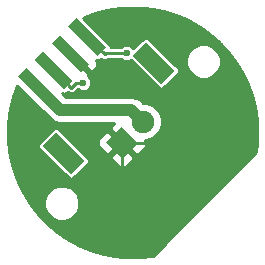
<source format=gbl>
G04 #@! TF.FileFunction,Copper,L2,Bot,Signal*
%FSLAX46Y46*%
G04 Gerber Fmt 4.6, Leading zero omitted, Abs format (unit mm)*
G04 Created by KiCad (PCBNEW 4.0.4-stable) date 10/29/16 17:51:51*
%MOMM*%
%LPD*%
G01*
G04 APERTURE LIST*
%ADD10C,0.100000*%
%ADD11C,1.900000*%
%ADD12C,0.600000*%
%ADD13C,0.250000*%
%ADD14C,1.000000*%
%ADD15C,0.254000*%
G04 APERTURE END LIST*
D10*
G36*
X144478858Y-61935355D02*
X143135355Y-63278858D01*
X141721142Y-61864645D01*
X143064645Y-60521142D01*
X144478858Y-61935355D01*
X144478858Y-61935355D01*
G37*
D11*
X144896051Y-60103949D03*
D10*
G36*
X139275216Y-51325468D02*
X141750089Y-53800341D01*
X141042982Y-54507448D01*
X138568109Y-52032575D01*
X139275216Y-51325468D01*
X139275216Y-51325468D01*
G37*
G36*
X137861002Y-52739682D02*
X140335875Y-55214555D01*
X139628768Y-55921662D01*
X137153895Y-53446789D01*
X137861002Y-52739682D01*
X137861002Y-52739682D01*
G37*
G36*
X136446789Y-54153895D02*
X138921662Y-56628768D01*
X138214555Y-57335875D01*
X135739682Y-54861002D01*
X136446789Y-54153895D01*
X136446789Y-54153895D01*
G37*
G36*
X135032575Y-55568109D02*
X137507448Y-58042982D01*
X136800341Y-58750089D01*
X134325468Y-56275216D01*
X135032575Y-55568109D01*
X135032575Y-55568109D01*
G37*
G36*
X145144202Y-53376078D02*
X147548365Y-55780241D01*
X146416994Y-56911612D01*
X144012831Y-54507449D01*
X145144202Y-53376078D01*
X145144202Y-53376078D01*
G37*
G36*
X137507449Y-61012831D02*
X139911612Y-63416994D01*
X138780241Y-64548365D01*
X136376078Y-62144202D01*
X137507449Y-61012831D01*
X137507449Y-61012831D01*
G37*
D12*
X144000000Y-70000000D03*
X149000000Y-61000000D03*
X139810900Y-56810800D03*
X143502200Y-54296400D03*
D13*
X143100000Y-69100000D02*
X143100000Y-61900000D01*
X144000000Y-70000000D02*
X143100000Y-69100000D01*
X148100000Y-61900000D02*
X143100000Y-61900000D01*
X149000000Y-61000000D02*
X148100000Y-61900000D01*
X139199700Y-56810800D02*
X139810900Y-56810800D01*
X138798200Y-57212300D02*
X139199700Y-56810800D01*
X137330700Y-55744900D02*
X138798200Y-57212300D01*
X141714000Y-54296400D02*
X143502200Y-54296400D01*
X141626500Y-54383900D02*
X141714000Y-54296400D01*
X140159100Y-52916500D02*
X141626500Y-54383900D01*
D14*
X143896000Y-59103800D02*
X144896100Y-60103900D01*
X137861200Y-59103800D02*
X143896000Y-59103800D01*
X135916500Y-57159100D02*
X137861200Y-59103800D01*
D15*
G36*
X144064625Y-50440228D02*
X144128177Y-50440796D01*
X144191503Y-50441739D01*
X144254868Y-50443061D01*
X144318338Y-50444763D01*
X144381540Y-50446835D01*
X144445191Y-50449303D01*
X144508346Y-50452128D01*
X144571737Y-50455342D01*
X144635076Y-50458933D01*
X144698497Y-50462908D01*
X144761574Y-50467239D01*
X144825031Y-50471977D01*
X144888130Y-50477067D01*
X144951449Y-50482556D01*
X145014666Y-50488416D01*
X145077663Y-50494636D01*
X145140900Y-50501261D01*
X145203973Y-50508250D01*
X145266957Y-50515610D01*
X145330068Y-50523368D01*
X145393009Y-50531488D01*
X145456027Y-50540001D01*
X145518894Y-50548877D01*
X145581838Y-50558149D01*
X145644547Y-50567770D01*
X145707253Y-50577775D01*
X145770034Y-50588179D01*
X145832634Y-50598940D01*
X145895321Y-50610102D01*
X145957943Y-50621641D01*
X146020193Y-50633498D01*
X146082699Y-50645793D01*
X146145099Y-50658458D01*
X146207468Y-50671507D01*
X146269770Y-50684935D01*
X146331734Y-50698680D01*
X146394102Y-50712909D01*
X146456041Y-50727433D01*
X146517892Y-50742332D01*
X146579953Y-50757676D01*
X146641585Y-50773311D01*
X146703561Y-50789431D01*
X146765032Y-50805818D01*
X146826538Y-50822612D01*
X146888285Y-50839875D01*
X146949634Y-50857427D01*
X147010937Y-50875369D01*
X147072125Y-50893681D01*
X147133182Y-50912355D01*
X147194363Y-50931477D01*
X147255292Y-50950926D01*
X147316227Y-50970786D01*
X147376821Y-50990942D01*
X147437468Y-51011527D01*
X147498131Y-51032530D01*
X147558572Y-51053869D01*
X147618962Y-51075606D01*
X147679151Y-51097686D01*
X147739224Y-51120141D01*
X147799332Y-51143027D01*
X147859229Y-51166254D01*
X147919111Y-51189898D01*
X147978626Y-51213818D01*
X148038311Y-51238233D01*
X148097774Y-51262984D01*
X148157020Y-51288072D01*
X148216270Y-51313592D01*
X148275320Y-51339458D01*
X148334188Y-51365675D01*
X148393100Y-51392349D01*
X148451824Y-51419373D01*
X148510238Y-51446693D01*
X148568742Y-51474495D01*
X148626918Y-51502583D01*
X148685152Y-51531144D01*
X148743171Y-51560046D01*
X148801097Y-51589350D01*
X148858780Y-51618981D01*
X148916395Y-51649030D01*
X148973785Y-51679415D01*
X149031173Y-51710257D01*
X149088227Y-51741376D01*
X149145124Y-51772870D01*
X149202088Y-51804865D01*
X149258747Y-51837155D01*
X149315178Y-51869781D01*
X149371497Y-51902812D01*
X149427712Y-51936254D01*
X149483799Y-51970097D01*
X149539686Y-52004295D01*
X149595348Y-52038836D01*
X149650972Y-52073836D01*
X149706333Y-52109158D01*
X149761431Y-52144796D01*
X149816504Y-52180911D01*
X149871428Y-52217422D01*
X149925944Y-52254155D01*
X149980479Y-52291401D01*
X150034731Y-52328955D01*
X150088958Y-52366998D01*
X150142801Y-52405278D01*
X150196595Y-52444034D01*
X150250209Y-52483175D01*
X150303543Y-52522629D01*
X150356675Y-52562453D01*
X150409693Y-52602714D01*
X150462531Y-52643368D01*
X150515144Y-52684379D01*
X150567481Y-52725707D01*
X150619640Y-52767431D01*
X150671815Y-52809712D01*
X150723542Y-52852174D01*
X150775095Y-52895039D01*
X150826503Y-52938338D01*
X150877665Y-52981984D01*
X150928567Y-53025965D01*
X150979417Y-53070468D01*
X151029924Y-53115239D01*
X151080218Y-53160391D01*
X151130288Y-53205919D01*
X151180225Y-53251903D01*
X151229889Y-53298224D01*
X151279296Y-53344892D01*
X151328548Y-53392008D01*
X151377513Y-53439445D01*
X151426302Y-53487318D01*
X151474970Y-53535679D01*
X151504355Y-53565179D01*
X151533887Y-53595056D01*
X151563119Y-53624861D01*
X151592301Y-53654850D01*
X151621262Y-53684841D01*
X151650182Y-53715024D01*
X151678927Y-53745258D01*
X151707419Y-53775461D01*
X151735694Y-53805667D01*
X151764162Y-53836316D01*
X151792200Y-53866738D01*
X151820253Y-53897416D01*
X151848084Y-53928090D01*
X151875884Y-53958969D01*
X151903490Y-53989871D01*
X151930811Y-54020695D01*
X151958089Y-54051713D01*
X151985198Y-54082780D01*
X152012335Y-54114123D01*
X152039227Y-54145428D01*
X152065888Y-54176711D01*
X152092591Y-54208289D01*
X152118794Y-54239519D01*
X152145197Y-54271238D01*
X152171332Y-54302882D01*
X152197387Y-54334679D01*
X152223160Y-54366382D01*
X152248983Y-54398400D01*
X152274511Y-54430303D01*
X152299920Y-54462310D01*
X152325115Y-54494300D01*
X152350197Y-54526401D01*
X152375286Y-54558769D01*
X152400218Y-54591191D01*
X152425060Y-54623757D01*
X152449525Y-54656088D01*
X152473979Y-54688664D01*
X152498324Y-54721357D01*
X152522420Y-54753979D01*
X152546434Y-54786752D01*
X152570387Y-54819708D01*
X152594035Y-54852511D01*
X152617570Y-54885423D01*
X152640985Y-54918435D01*
X152664307Y-54951584D01*
X152687509Y-54984835D01*
X152710476Y-55018022D01*
X152733368Y-55051373D01*
X152756102Y-55084767D01*
X152778852Y-55118463D01*
X152801294Y-55151984D01*
X152823522Y-55185461D01*
X152845664Y-55219088D01*
X152867664Y-55252779D01*
X152889610Y-55286671D01*
X152911283Y-55320426D01*
X152933024Y-55354571D01*
X152954361Y-55388372D01*
X152975640Y-55422366D01*
X152996882Y-55456591D01*
X153017793Y-55490573D01*
X153038818Y-55525034D01*
X153059563Y-55559332D01*
X153080034Y-55593472D01*
X153100548Y-55627981D01*
X153120857Y-55662442D01*
X153141076Y-55697057D01*
X153161118Y-55731669D01*
X153181010Y-55766326D01*
X153200740Y-55801007D01*
X153220276Y-55835654D01*
X153239860Y-55870696D01*
X153259095Y-55905427D01*
X153278360Y-55940522D01*
X153297355Y-55975444D01*
X153316154Y-56010318D01*
X153335021Y-56045640D01*
X153353710Y-56080952D01*
X153372193Y-56116202D01*
X153390484Y-56151406D01*
X153408629Y-56186655D01*
X153426603Y-56221902D01*
X153444541Y-56257407D01*
X153462361Y-56293016D01*
X153479945Y-56328489D01*
X153497437Y-56364114D01*
X153514773Y-56399762D01*
X153532092Y-56435722D01*
X153549068Y-56471314D01*
X153566033Y-56507230D01*
X153582740Y-56542951D01*
X153599333Y-56578776D01*
X153615820Y-56614730D01*
X153632233Y-56650882D01*
X153648353Y-56686747D01*
X153664436Y-56722894D01*
X153680375Y-56759084D01*
X153696169Y-56795313D01*
X153711792Y-56831522D01*
X153727291Y-56867820D01*
X153742632Y-56904124D01*
X153757923Y-56940691D01*
X153772939Y-56976989D01*
X153787892Y-57013516D01*
X153802584Y-57049798D01*
X153817350Y-57086656D01*
X153831801Y-57123127D01*
X153846150Y-57159739D01*
X153860362Y-57196405D01*
X153874469Y-57233211D01*
X153888432Y-57270051D01*
X153902223Y-57306857D01*
X153915886Y-57343738D01*
X153929381Y-57380588D01*
X153942729Y-57417462D01*
X153956011Y-57454588D01*
X153969026Y-57491398D01*
X153982080Y-57528764D01*
X153994853Y-57565770D01*
X154007456Y-57602727D01*
X154019968Y-57639874D01*
X154032384Y-57677192D01*
X154044621Y-57714432D01*
X154056693Y-57751637D01*
X154068664Y-57789008D01*
X154080540Y-57826562D01*
X154092159Y-57863786D01*
X154103649Y-57901081D01*
X154115115Y-57938798D01*
X154126304Y-57976097D01*
X154137464Y-58013811D01*
X154148379Y-58051204D01*
X154159245Y-58088951D01*
X154169844Y-58126295D01*
X154180495Y-58164354D01*
X154190806Y-58201733D01*
X154201097Y-58239586D01*
X154211178Y-58277217D01*
X154221148Y-58314985D01*
X154231008Y-58352915D01*
X154240715Y-58390823D01*
X154250190Y-58428412D01*
X154259666Y-58466593D01*
X154268917Y-58504469D01*
X154278045Y-58542449D01*
X154287029Y-58580446D01*
X154295826Y-58618277D01*
X154304519Y-58656293D01*
X154313075Y-58694352D01*
X154321515Y-58732559D01*
X154329765Y-58770566D01*
X154337912Y-58808781D01*
X154345886Y-58846874D01*
X154353743Y-58885105D01*
X154361499Y-58923566D01*
X154369061Y-58961791D01*
X154376435Y-58999801D01*
X154383711Y-59038051D01*
X154390876Y-59076490D01*
X154397833Y-59114589D01*
X154404715Y-59153075D01*
X154411427Y-59191432D01*
X154417999Y-59229809D01*
X154424411Y-59268101D01*
X154430750Y-59306831D01*
X154436857Y-59345011D01*
X154442865Y-59383483D01*
X154448705Y-59421811D01*
X154454463Y-59460541D01*
X154460012Y-59498835D01*
X154465479Y-59537555D01*
X154470758Y-59575971D01*
X154475921Y-59614586D01*
X154480933Y-59653146D01*
X154485840Y-59692003D01*
X154490511Y-59730134D01*
X154495152Y-59769188D01*
X154499573Y-59807588D01*
X154503861Y-59846072D01*
X154508059Y-59885056D01*
X154512057Y-59923489D01*
X154515943Y-59962231D01*
X154519690Y-60001011D01*
X154523261Y-60039443D01*
X154526753Y-60078569D01*
X154530066Y-60117297D01*
X154533202Y-60155592D01*
X154536259Y-60194670D01*
X154539133Y-60233239D01*
X154541887Y-60272096D01*
X154544476Y-60310617D01*
X154546947Y-60349503D01*
X154549282Y-60388512D01*
X154551456Y-60427191D01*
X154553486Y-60465832D01*
X154555393Y-60504824D01*
X154557146Y-60543584D01*
X154558756Y-60582316D01*
X154560236Y-60621359D01*
X154561560Y-60659991D01*
X154562745Y-60698708D01*
X154563793Y-60737532D01*
X154564701Y-60776490D01*
X154565464Y-60815339D01*
X154566088Y-60854256D01*
X154566566Y-60892926D01*
X154566907Y-60932088D01*
X154567102Y-60970463D01*
X154567157Y-61009495D01*
X154567072Y-61048270D01*
X154566843Y-61087228D01*
X154566473Y-61126097D01*
X154565960Y-61165044D01*
X154565312Y-61203633D01*
X154564515Y-61242593D01*
X154563579Y-61281411D01*
X154562499Y-61320322D01*
X154561283Y-61359036D01*
X154559929Y-61397667D01*
X154558418Y-61436708D01*
X154556765Y-61475714D01*
X154554989Y-61514330D01*
X154553065Y-61553062D01*
X154550998Y-61591808D01*
X154548778Y-61630764D01*
X154546433Y-61669426D01*
X154543940Y-61708202D01*
X154541309Y-61746903D01*
X154538508Y-61785991D01*
X154535617Y-61824386D01*
X154532534Y-61863420D01*
X154529348Y-61901958D01*
X154526002Y-61940709D01*
X154522527Y-61979313D01*
X154518869Y-62018344D01*
X154515133Y-62056720D01*
X154511209Y-62095536D01*
X154507173Y-62134054D01*
X154502956Y-62172942D01*
X154498636Y-62211455D01*
X154494149Y-62250180D01*
X154489536Y-62288757D01*
X154484793Y-62327230D01*
X154479880Y-62365911D01*
X154474823Y-62404603D01*
X154469669Y-62442935D01*
X154464310Y-62481721D01*
X154458859Y-62520131D01*
X154453256Y-62558597D01*
X154447529Y-62596945D01*
X154441589Y-62635739D01*
X154435594Y-62673950D01*
X154432328Y-62694285D01*
X145686431Y-71440181D01*
X145666357Y-71443405D01*
X145627630Y-71449480D01*
X145589206Y-71455363D01*
X145550658Y-71461120D01*
X145512273Y-71466711D01*
X145473802Y-71472170D01*
X145434980Y-71477532D01*
X145396706Y-71482677D01*
X145358004Y-71487736D01*
X145319567Y-71492617D01*
X145280712Y-71497406D01*
X145242271Y-71502002D01*
X145203520Y-71506492D01*
X145165160Y-71510794D01*
X145126165Y-71515023D01*
X145087643Y-71519058D01*
X145048908Y-71522973D01*
X145010448Y-71526718D01*
X144971367Y-71530379D01*
X144932885Y-71533843D01*
X144894119Y-71537189D01*
X144855511Y-71540379D01*
X144816492Y-71543461D01*
X144777987Y-71546360D01*
X144739249Y-71549134D01*
X144700305Y-71551782D01*
X144661464Y-71554279D01*
X144622966Y-71556612D01*
X144583872Y-71558840D01*
X144545473Y-71560886D01*
X144506572Y-71562819D01*
X144467557Y-71564614D01*
X144428824Y-71566254D01*
X144389872Y-71567760D01*
X144351223Y-71569115D01*
X144312332Y-71570335D01*
X144273526Y-71571411D01*
X144234653Y-71572348D01*
X144195846Y-71573140D01*
X144157069Y-71573792D01*
X144118275Y-71574300D01*
X144079294Y-71574671D01*
X144040399Y-71574898D01*
X144001757Y-71574983D01*
X143962568Y-71574926D01*
X143924191Y-71574730D01*
X143885032Y-71574388D01*
X143846360Y-71573909D01*
X143807229Y-71573281D01*
X143768813Y-71572524D01*
X143729634Y-71571610D01*
X143691078Y-71570570D01*
X143652102Y-71569375D01*
X143613306Y-71568045D01*
X143574581Y-71566575D01*
X143535679Y-71564957D01*
X143496941Y-71563205D01*
X143458208Y-71561310D01*
X143419231Y-71559261D01*
X143380450Y-71557080D01*
X143341602Y-71554753D01*
X143302938Y-71552296D01*
X143264177Y-71549690D01*
X143225315Y-71546935D01*
X143186784Y-71544062D01*
X143147986Y-71541026D01*
X143109162Y-71537846D01*
X143070621Y-71534548D01*
X143031602Y-71531063D01*
X142993107Y-71527485D01*
X142954364Y-71523740D01*
X142915591Y-71519850D01*
X142876919Y-71515826D01*
X142838131Y-71511646D01*
X142799750Y-71507369D01*
X142761082Y-71502917D01*
X142722606Y-71498343D01*
X142683750Y-71493581D01*
X142645319Y-71488728D01*
X142606679Y-71483704D01*
X142568025Y-71478534D01*
X142529775Y-71473276D01*
X142491176Y-71467825D01*
X142452462Y-71462214D01*
X142414143Y-71456517D01*
X142375676Y-71450653D01*
X142337334Y-71444665D01*
X142298758Y-71438495D01*
X142260128Y-71432170D01*
X142222097Y-71425800D01*
X142183482Y-71419187D01*
X142145163Y-71412479D01*
X142106842Y-71405626D01*
X142068455Y-71398615D01*
X142030270Y-71391496D01*
X141992056Y-71384226D01*
X141953621Y-71376767D01*
X141915632Y-71369250D01*
X141877274Y-71361514D01*
X141838965Y-71353639D01*
X141800994Y-71345689D01*
X141762778Y-71337540D01*
X141724565Y-71329245D01*
X141686714Y-71320882D01*
X141648555Y-71312303D01*
X141610399Y-71303577D01*
X141572612Y-71294789D01*
X141534488Y-71285773D01*
X141496468Y-71276634D01*
X141458670Y-71267400D01*
X141420861Y-71258016D01*
X141382892Y-71248443D01*
X141344959Y-71238730D01*
X141307328Y-71228945D01*
X141269502Y-71218960D01*
X141231577Y-71208799D01*
X141194063Y-71198598D01*
X141156173Y-71188144D01*
X141118685Y-71177652D01*
X141081177Y-71167004D01*
X141043192Y-71156069D01*
X141005686Y-71145119D01*
X140968465Y-71134104D01*
X140930631Y-71122753D01*
X140893483Y-71111459D01*
X140855955Y-71099895D01*
X140818634Y-71088246D01*
X140781211Y-71076409D01*
X140743929Y-71064464D01*
X140706413Y-71052292D01*
X140669193Y-71040059D01*
X140632046Y-71027699D01*
X140594789Y-71015147D01*
X140557987Y-71002596D01*
X140520560Y-70989676D01*
X140483741Y-70976811D01*
X140446706Y-70963716D01*
X140409639Y-70950454D01*
X140372843Y-70937133D01*
X140335836Y-70923579D01*
X140298957Y-70909915D01*
X140262153Y-70896122D01*
X140225399Y-70882191D01*
X140188669Y-70868111D01*
X140152062Y-70853921D01*
X140115466Y-70839578D01*
X140078789Y-70825044D01*
X140042027Y-70810316D01*
X140005774Y-70795634D01*
X139969308Y-70780707D01*
X139932801Y-70765602D01*
X139896348Y-70750358D01*
X139859839Y-70734929D01*
X139823814Y-70719544D01*
X139787501Y-70703876D01*
X139751252Y-70688072D01*
X139715054Y-70672128D01*
X139679003Y-70656086D01*
X139642987Y-70639898D01*
X139607033Y-70623573D01*
X139571000Y-70607048D01*
X139535143Y-70590439D01*
X139499264Y-70573656D01*
X139463407Y-70556718D01*
X139427760Y-70539713D01*
X139391860Y-70522422D01*
X139356265Y-70505109D01*
X139320910Y-70487749D01*
X139285154Y-70470023D01*
X139249732Y-70452295D01*
X139214303Y-70434397D01*
X139178861Y-70416320D01*
X139143552Y-70398145D01*
X139108138Y-70379743D01*
X139073051Y-70361342D01*
X139037786Y-70342676D01*
X139002763Y-70323969D01*
X138967793Y-70305118D01*
X138932700Y-70286029D01*
X138897894Y-70266923D01*
X138862820Y-70247495D01*
X138827957Y-70228011D01*
X138793381Y-70208515D01*
X138758402Y-70188614D01*
X138723873Y-70168795D01*
X138689395Y-70148830D01*
X138654720Y-70128572D01*
X138620370Y-70108330D01*
X138585978Y-70087886D01*
X138551388Y-70067142D01*
X138517206Y-70046467D01*
X138483048Y-70025626D01*
X138448878Y-70004599D01*
X138414616Y-69983334D01*
X138380687Y-69962095D01*
X138346635Y-69940596D01*
X138312913Y-69919124D01*
X138278793Y-69897215D01*
X138245156Y-69875434D01*
X138211386Y-69853382D01*
X138177791Y-69831260D01*
X138144237Y-69808980D01*
X138110781Y-69786580D01*
X138077254Y-69763945D01*
X138043742Y-69741131D01*
X138010492Y-69718308D01*
X137977204Y-69695271D01*
X137943968Y-69672079D01*
X137911053Y-69648922D01*
X137877980Y-69625464D01*
X137844926Y-69601827D01*
X137811839Y-69577973D01*
X137779251Y-69554286D01*
X137746393Y-69530210D01*
X137713571Y-69505965D01*
X137681099Y-69481785D01*
X137648395Y-69457234D01*
X137615998Y-69432718D01*
X137583753Y-69408120D01*
X137551290Y-69383159D01*
X137519025Y-69358149D01*
X137486807Y-69332977D01*
X137454769Y-69307744D01*
X137422656Y-69282251D01*
X137390519Y-69256535D01*
X137358737Y-69230899D01*
X137326950Y-69205057D01*
X137295121Y-69178975D01*
X137263684Y-69153012D01*
X137232151Y-69126762D01*
X137200462Y-69100174D01*
X137169117Y-69073667D01*
X137137803Y-69046979D01*
X137106413Y-69020014D01*
X137075142Y-68992938D01*
X137044236Y-68965969D01*
X137013193Y-68938668D01*
X136982336Y-68911319D01*
X136951331Y-68883622D01*
X136920586Y-68855942D01*
X136889882Y-68828084D01*
X136859359Y-68800170D01*
X136828791Y-68772001D01*
X136798393Y-68743766D01*
X136767962Y-68715281D01*
X136737685Y-68686720D01*
X136707415Y-68657941D01*
X136677300Y-68629087D01*
X136647385Y-68600200D01*
X136617280Y-68570902D01*
X136587529Y-68541723D01*
X136557655Y-68512195D01*
X136528172Y-68482827D01*
X136479809Y-68434156D01*
X136431993Y-68385424D01*
X136384406Y-68336305D01*
X136337376Y-68287143D01*
X136290615Y-68237639D01*
X136244399Y-68188087D01*
X136198435Y-68138175D01*
X136152873Y-68088067D01*
X136107741Y-68037797D01*
X136062898Y-67987209D01*
X136018430Y-67936401D01*
X135974494Y-67885555D01*
X135930766Y-67834298D01*
X135887562Y-67783003D01*
X135844558Y-67731286D01*
X135802083Y-67679543D01*
X135759865Y-67627447D01*
X135718194Y-67575358D01*
X135676764Y-67522893D01*
X135635798Y-67470340D01*
X135595198Y-67417574D01*
X135554900Y-67364511D01*
X135515060Y-67311363D01*
X135501696Y-67293297D01*
X136518743Y-67293297D01*
X136743737Y-67837823D01*
X137159985Y-68254799D01*
X137704118Y-68480743D01*
X138293297Y-68481257D01*
X138837823Y-68256263D01*
X139254799Y-67840015D01*
X139480743Y-67295882D01*
X139481257Y-66706703D01*
X139256263Y-66162177D01*
X138840015Y-65745201D01*
X138295882Y-65519257D01*
X137706703Y-65518743D01*
X137162177Y-65743737D01*
X136745201Y-66159985D01*
X136519257Y-66704118D01*
X136518743Y-67293297D01*
X135501696Y-67293297D01*
X135475555Y-67257961D01*
X135436413Y-67204348D01*
X135397711Y-67150633D01*
X135359370Y-67096707D01*
X135321394Y-67042578D01*
X135283795Y-66988266D01*
X135246624Y-66933842D01*
X135209707Y-66879058D01*
X135173203Y-66824148D01*
X135137165Y-66769192D01*
X135101497Y-66714054D01*
X135066142Y-66658642D01*
X135031223Y-66603152D01*
X134996685Y-66547497D01*
X134962416Y-66491500D01*
X134928673Y-66435581D01*
X134895192Y-66379306D01*
X134862131Y-66322940D01*
X134829482Y-66266474D01*
X134797176Y-66209791D01*
X134765225Y-66152909D01*
X134733763Y-66096076D01*
X134702564Y-66038882D01*
X134671735Y-65981522D01*
X134641326Y-65924090D01*
X134611307Y-65866538D01*
X134581653Y-65808815D01*
X134552375Y-65750946D01*
X134523466Y-65692917D01*
X134494879Y-65634636D01*
X134466811Y-65576506D01*
X134439063Y-65518124D01*
X134411659Y-65459534D01*
X134384622Y-65400791D01*
X134357965Y-65341919D01*
X134331734Y-65283029D01*
X134305817Y-65223863D01*
X134280331Y-65164698D01*
X134255288Y-65105564D01*
X134230515Y-65046053D01*
X134206135Y-64986460D01*
X134182091Y-64926645D01*
X134158519Y-64866948D01*
X134135312Y-64807111D01*
X134112431Y-64747026D01*
X134089962Y-64686920D01*
X134067783Y-64626467D01*
X134046077Y-64566164D01*
X134024793Y-64505886D01*
X134003764Y-64445155D01*
X133983230Y-64384665D01*
X133962959Y-64323735D01*
X133943127Y-64262886D01*
X133923659Y-64201904D01*
X133904619Y-64140986D01*
X133885930Y-64079893D01*
X133867584Y-64018598D01*
X133849647Y-63957316D01*
X133832030Y-63895748D01*
X133814859Y-63834335D01*
X133798061Y-63772827D01*
X133781628Y-63711187D01*
X133765555Y-63649400D01*
X133749872Y-63587582D01*
X133734553Y-63525636D01*
X133719658Y-63463805D01*
X133705071Y-63401609D01*
X133690943Y-63339692D01*
X133677105Y-63277315D01*
X133663717Y-63215204D01*
X133650672Y-63152865D01*
X133637994Y-63090406D01*
X133625733Y-63028085D01*
X133613805Y-62965474D01*
X133602282Y-62902945D01*
X133591156Y-62840469D01*
X133580356Y-62777646D01*
X133569972Y-62714989D01*
X133559956Y-62652228D01*
X133550337Y-62589543D01*
X133541062Y-62526586D01*
X133532171Y-62463626D01*
X133523687Y-62400832D01*
X133515560Y-62337849D01*
X133507788Y-62274624D01*
X133500435Y-62211723D01*
X133493444Y-62148641D01*
X133492417Y-62138835D01*
X135987651Y-62138835D01*
X136016166Y-62290378D01*
X136101392Y-62418888D01*
X138505555Y-64823051D01*
X138624177Y-64904101D01*
X138774874Y-64936792D01*
X138926417Y-64908277D01*
X139054927Y-64823051D01*
X140186298Y-63691680D01*
X140267348Y-63573058D01*
X140300039Y-63422361D01*
X140271524Y-63270818D01*
X140186298Y-63142308D01*
X140042304Y-62998314D01*
X142181292Y-62998314D01*
X142181292Y-63222820D01*
X142775656Y-63817185D01*
X143009046Y-63913858D01*
X143261664Y-63913858D01*
X143495053Y-63817186D01*
X144054064Y-63258175D01*
X144054064Y-63033669D01*
X143100000Y-62079605D01*
X142181292Y-62998314D01*
X140042304Y-62998314D01*
X138782326Y-61738336D01*
X141086142Y-61738336D01*
X141086142Y-61990954D01*
X141182815Y-62224344D01*
X141777180Y-62818708D01*
X142001686Y-62818708D01*
X142920395Y-61900000D01*
X141966331Y-60945936D01*
X141741825Y-60945936D01*
X141182814Y-61504947D01*
X141086142Y-61738336D01*
X138782326Y-61738336D01*
X137782135Y-60738145D01*
X137663513Y-60657095D01*
X137512816Y-60624404D01*
X137361273Y-60652919D01*
X137232763Y-60738145D01*
X136101392Y-61869516D01*
X136020342Y-61988138D01*
X135987651Y-62138835D01*
X133492417Y-62138835D01*
X133486835Y-62085569D01*
X133480565Y-62022065D01*
X133474734Y-61959173D01*
X133469259Y-61896022D01*
X133464147Y-61832661D01*
X133459421Y-61769388D01*
X133455071Y-61706058D01*
X133451112Y-61642908D01*
X133447519Y-61579534D01*
X133444300Y-61516066D01*
X133441467Y-61452759D01*
X133439010Y-61389401D01*
X133436935Y-61326110D01*
X133435230Y-61262582D01*
X133433909Y-61199273D01*
X133432964Y-61135881D01*
X133432396Y-61072371D01*
X133432208Y-61009013D01*
X133432396Y-60945654D01*
X133432964Y-60882145D01*
X133433909Y-60818752D01*
X133435231Y-60755402D01*
X133436935Y-60691915D01*
X133439011Y-60628618D01*
X133441467Y-60565266D01*
X133444300Y-60501959D01*
X133447519Y-60438493D01*
X133451112Y-60375118D01*
X133455072Y-60311959D01*
X133459419Y-60248661D01*
X133464148Y-60185353D01*
X133469259Y-60122005D01*
X133474734Y-60058854D01*
X133480579Y-59995819D01*
X133486834Y-59932476D01*
X133493444Y-59869387D01*
X133500435Y-59806305D01*
X133507788Y-59743405D01*
X133515563Y-59680160D01*
X133523687Y-59617197D01*
X133532171Y-59554403D01*
X133541062Y-59491444D01*
X133550336Y-59428489D01*
X133559960Y-59365779D01*
X133569972Y-59303042D01*
X133580347Y-59240438D01*
X133591133Y-59177693D01*
X133602300Y-59114988D01*
X133613810Y-59052532D01*
X133625733Y-58989948D01*
X133638018Y-58927503D01*
X133650678Y-58865144D01*
X133663731Y-58802766D01*
X133677124Y-58740632D01*
X133690905Y-58678513D01*
X133705088Y-58616357D01*
X133719649Y-58554272D01*
X133734572Y-58492328D01*
X133749862Y-58430496D01*
X133765544Y-58368681D01*
X133781618Y-58306891D01*
X133798062Y-58245213D01*
X133814847Y-58183750D01*
X133832042Y-58122252D01*
X133849665Y-58060664D01*
X133867595Y-57999407D01*
X133885942Y-57938109D01*
X133904604Y-57877106D01*
X133923719Y-57815950D01*
X133943155Y-57755069D01*
X133962972Y-57694274D01*
X133983196Y-57633484D01*
X134003828Y-57572708D01*
X134024743Y-57512307D01*
X134046114Y-57451785D01*
X134067810Y-57391509D01*
X134089932Y-57331212D01*
X134112403Y-57271102D01*
X134135307Y-57210958D01*
X134158529Y-57151082D01*
X134182161Y-57091236D01*
X134198001Y-57051831D01*
X136348300Y-59202130D01*
X136403275Y-59239693D01*
X137064291Y-59900709D01*
X137429916Y-60145012D01*
X137861200Y-60230800D01*
X142456961Y-60230800D01*
X142145936Y-60541825D01*
X142145936Y-60766331D01*
X143100000Y-61720395D01*
X143114143Y-61706253D01*
X143293748Y-61885858D01*
X143279605Y-61900000D01*
X144233669Y-62854064D01*
X144458175Y-62854064D01*
X145017186Y-62295053D01*
X145113858Y-62061664D01*
X145113858Y-61809046D01*
X145060858Y-61681093D01*
X145208359Y-61681222D01*
X145788183Y-61441644D01*
X146232187Y-60998414D01*
X146472776Y-60419010D01*
X146473324Y-59791641D01*
X146233746Y-59211817D01*
X145790516Y-58767813D01*
X145211112Y-58527224D01*
X144912982Y-58526964D01*
X144692909Y-58306891D01*
X144327284Y-58062588D01*
X143896000Y-57976800D01*
X138328018Y-57976800D01*
X138009043Y-57657825D01*
X138058491Y-57691611D01*
X138209188Y-57724302D01*
X138360731Y-57695787D01*
X138489241Y-57610561D01*
X138493936Y-57605866D01*
X138523190Y-57625412D01*
X138604562Y-57679783D01*
X138604570Y-57679785D01*
X138604578Y-57679790D01*
X138704676Y-57699697D01*
X138798200Y-57718300D01*
X138798208Y-57718298D01*
X138798217Y-57718300D01*
X138905232Y-57697010D01*
X138991838Y-57679783D01*
X138991844Y-57679779D01*
X138991854Y-57679777D01*
X139080641Y-57620447D01*
X139155996Y-57570096D01*
X139381511Y-57344581D01*
X139424641Y-57387787D01*
X139674846Y-57491682D01*
X139945765Y-57491918D01*
X140196152Y-57388461D01*
X140387887Y-57197059D01*
X140491782Y-56946854D01*
X140492018Y-56675935D01*
X140388561Y-56425548D01*
X140205893Y-56242563D01*
X140229279Y-56219177D01*
X140229279Y-55994671D01*
X138744885Y-54510277D01*
X138730743Y-54524420D01*
X138551137Y-54344814D01*
X138565280Y-54330672D01*
X138551138Y-54316530D01*
X138730743Y-54136925D01*
X138744885Y-54151067D01*
X138759027Y-54136924D01*
X138938633Y-54316530D01*
X138924490Y-54330672D01*
X140408884Y-55815066D01*
X140633390Y-55815066D01*
X140874202Y-55574254D01*
X140970875Y-55340865D01*
X140970876Y-55088246D01*
X140874203Y-54854857D01*
X140873064Y-54853718D01*
X140886918Y-54863184D01*
X141037615Y-54895875D01*
X141189158Y-54867360D01*
X141317668Y-54782134D01*
X141322297Y-54777505D01*
X141432862Y-54851383D01*
X141626500Y-54889900D01*
X141820138Y-54851383D01*
X141893446Y-54802400D01*
X143045077Y-54802400D01*
X143115941Y-54873387D01*
X143366146Y-54977282D01*
X143637065Y-54977518D01*
X143846848Y-54890838D01*
X146142308Y-57186298D01*
X146260930Y-57267348D01*
X146411627Y-57300039D01*
X146563170Y-57271524D01*
X146691680Y-57186298D01*
X147823051Y-56054927D01*
X147904101Y-55936305D01*
X147936792Y-55785608D01*
X147908277Y-55634065D01*
X147823051Y-55505555D01*
X147610793Y-55293297D01*
X148518743Y-55293297D01*
X148743737Y-55837823D01*
X149159985Y-56254799D01*
X149704118Y-56480743D01*
X150293297Y-56481257D01*
X150837823Y-56256263D01*
X151254799Y-55840015D01*
X151480743Y-55295882D01*
X151481257Y-54706703D01*
X151256263Y-54162177D01*
X150840015Y-53745201D01*
X150295882Y-53519257D01*
X149706703Y-53518743D01*
X149162177Y-53743737D01*
X148745201Y-54159985D01*
X148519257Y-54704118D01*
X148518743Y-55293297D01*
X147610793Y-55293297D01*
X145418888Y-53101392D01*
X145300266Y-53020342D01*
X145149569Y-52987651D01*
X144998026Y-53016166D01*
X144869516Y-53101392D01*
X144069819Y-53901089D01*
X143888459Y-53719413D01*
X143638254Y-53615518D01*
X143367335Y-53615282D01*
X143116948Y-53718739D01*
X143045162Y-53790400D01*
X142135636Y-53790400D01*
X142110001Y-53654165D01*
X142024775Y-53525655D01*
X139804806Y-51305686D01*
X139845521Y-51288149D01*
X139904914Y-51262997D01*
X139964241Y-51238301D01*
X140023957Y-51213873D01*
X140083497Y-51189941D01*
X140143402Y-51166287D01*
X140203230Y-51143086D01*
X140263273Y-51120223D01*
X140323591Y-51097676D01*
X140383610Y-51075658D01*
X140444096Y-51053886D01*
X140504507Y-51032556D01*
X140564982Y-51011617D01*
X140625770Y-50990983D01*
X140686456Y-50970795D01*
X140747353Y-50950947D01*
X140808353Y-50931475D01*
X140869368Y-50912405D01*
X140930427Y-50893728D01*
X140991781Y-50875367D01*
X141052950Y-50857463D01*
X141114482Y-50839858D01*
X141175893Y-50822689D01*
X141237545Y-50805853D01*
X141299214Y-50789414D01*
X141360865Y-50773378D01*
X141422773Y-50757673D01*
X141484486Y-50742412D01*
X141546510Y-50727471D01*
X141608556Y-50712920D01*
X141670688Y-50698743D01*
X141732908Y-50684941D01*
X141795069Y-50671543D01*
X141857418Y-50658497D01*
X141919889Y-50645817D01*
X141982190Y-50633561D01*
X142044762Y-50621641D01*
X142107280Y-50610120D01*
X142169737Y-50598998D01*
X142232526Y-50588204D01*
X142295280Y-50577803D01*
X142357986Y-50567797D01*
X142420745Y-50558167D01*
X142483704Y-50548893D01*
X142546649Y-50540004D01*
X142609404Y-50531525D01*
X142672419Y-50523395D01*
X142735670Y-50515619D01*
X142798570Y-50508267D01*
X142861569Y-50501285D01*
X142924748Y-50494666D01*
X142987916Y-50488428D01*
X143051253Y-50482556D01*
X143114253Y-50477094D01*
X143177685Y-50471976D01*
X143240808Y-50467262D01*
X143304218Y-50462907D01*
X143367313Y-50458951D01*
X143430811Y-50455350D01*
X143494209Y-50452135D01*
X143557517Y-50449302D01*
X143620846Y-50446847D01*
X143684203Y-50444768D01*
X143747678Y-50443064D01*
X143811042Y-50441742D01*
X143874371Y-50440798D01*
X143937921Y-50440229D01*
X144001273Y-50440040D01*
X144064625Y-50440228D01*
X144064625Y-50440228D01*
G37*
X144064625Y-50440228D02*
X144128177Y-50440796D01*
X144191503Y-50441739D01*
X144254868Y-50443061D01*
X144318338Y-50444763D01*
X144381540Y-50446835D01*
X144445191Y-50449303D01*
X144508346Y-50452128D01*
X144571737Y-50455342D01*
X144635076Y-50458933D01*
X144698497Y-50462908D01*
X144761574Y-50467239D01*
X144825031Y-50471977D01*
X144888130Y-50477067D01*
X144951449Y-50482556D01*
X145014666Y-50488416D01*
X145077663Y-50494636D01*
X145140900Y-50501261D01*
X145203973Y-50508250D01*
X145266957Y-50515610D01*
X145330068Y-50523368D01*
X145393009Y-50531488D01*
X145456027Y-50540001D01*
X145518894Y-50548877D01*
X145581838Y-50558149D01*
X145644547Y-50567770D01*
X145707253Y-50577775D01*
X145770034Y-50588179D01*
X145832634Y-50598940D01*
X145895321Y-50610102D01*
X145957943Y-50621641D01*
X146020193Y-50633498D01*
X146082699Y-50645793D01*
X146145099Y-50658458D01*
X146207468Y-50671507D01*
X146269770Y-50684935D01*
X146331734Y-50698680D01*
X146394102Y-50712909D01*
X146456041Y-50727433D01*
X146517892Y-50742332D01*
X146579953Y-50757676D01*
X146641585Y-50773311D01*
X146703561Y-50789431D01*
X146765032Y-50805818D01*
X146826538Y-50822612D01*
X146888285Y-50839875D01*
X146949634Y-50857427D01*
X147010937Y-50875369D01*
X147072125Y-50893681D01*
X147133182Y-50912355D01*
X147194363Y-50931477D01*
X147255292Y-50950926D01*
X147316227Y-50970786D01*
X147376821Y-50990942D01*
X147437468Y-51011527D01*
X147498131Y-51032530D01*
X147558572Y-51053869D01*
X147618962Y-51075606D01*
X147679151Y-51097686D01*
X147739224Y-51120141D01*
X147799332Y-51143027D01*
X147859229Y-51166254D01*
X147919111Y-51189898D01*
X147978626Y-51213818D01*
X148038311Y-51238233D01*
X148097774Y-51262984D01*
X148157020Y-51288072D01*
X148216270Y-51313592D01*
X148275320Y-51339458D01*
X148334188Y-51365675D01*
X148393100Y-51392349D01*
X148451824Y-51419373D01*
X148510238Y-51446693D01*
X148568742Y-51474495D01*
X148626918Y-51502583D01*
X148685152Y-51531144D01*
X148743171Y-51560046D01*
X148801097Y-51589350D01*
X148858780Y-51618981D01*
X148916395Y-51649030D01*
X148973785Y-51679415D01*
X149031173Y-51710257D01*
X149088227Y-51741376D01*
X149145124Y-51772870D01*
X149202088Y-51804865D01*
X149258747Y-51837155D01*
X149315178Y-51869781D01*
X149371497Y-51902812D01*
X149427712Y-51936254D01*
X149483799Y-51970097D01*
X149539686Y-52004295D01*
X149595348Y-52038836D01*
X149650972Y-52073836D01*
X149706333Y-52109158D01*
X149761431Y-52144796D01*
X149816504Y-52180911D01*
X149871428Y-52217422D01*
X149925944Y-52254155D01*
X149980479Y-52291401D01*
X150034731Y-52328955D01*
X150088958Y-52366998D01*
X150142801Y-52405278D01*
X150196595Y-52444034D01*
X150250209Y-52483175D01*
X150303543Y-52522629D01*
X150356675Y-52562453D01*
X150409693Y-52602714D01*
X150462531Y-52643368D01*
X150515144Y-52684379D01*
X150567481Y-52725707D01*
X150619640Y-52767431D01*
X150671815Y-52809712D01*
X150723542Y-52852174D01*
X150775095Y-52895039D01*
X150826503Y-52938338D01*
X150877665Y-52981984D01*
X150928567Y-53025965D01*
X150979417Y-53070468D01*
X151029924Y-53115239D01*
X151080218Y-53160391D01*
X151130288Y-53205919D01*
X151180225Y-53251903D01*
X151229889Y-53298224D01*
X151279296Y-53344892D01*
X151328548Y-53392008D01*
X151377513Y-53439445D01*
X151426302Y-53487318D01*
X151474970Y-53535679D01*
X151504355Y-53565179D01*
X151533887Y-53595056D01*
X151563119Y-53624861D01*
X151592301Y-53654850D01*
X151621262Y-53684841D01*
X151650182Y-53715024D01*
X151678927Y-53745258D01*
X151707419Y-53775461D01*
X151735694Y-53805667D01*
X151764162Y-53836316D01*
X151792200Y-53866738D01*
X151820253Y-53897416D01*
X151848084Y-53928090D01*
X151875884Y-53958969D01*
X151903490Y-53989871D01*
X151930811Y-54020695D01*
X151958089Y-54051713D01*
X151985198Y-54082780D01*
X152012335Y-54114123D01*
X152039227Y-54145428D01*
X152065888Y-54176711D01*
X152092591Y-54208289D01*
X152118794Y-54239519D01*
X152145197Y-54271238D01*
X152171332Y-54302882D01*
X152197387Y-54334679D01*
X152223160Y-54366382D01*
X152248983Y-54398400D01*
X152274511Y-54430303D01*
X152299920Y-54462310D01*
X152325115Y-54494300D01*
X152350197Y-54526401D01*
X152375286Y-54558769D01*
X152400218Y-54591191D01*
X152425060Y-54623757D01*
X152449525Y-54656088D01*
X152473979Y-54688664D01*
X152498324Y-54721357D01*
X152522420Y-54753979D01*
X152546434Y-54786752D01*
X152570387Y-54819708D01*
X152594035Y-54852511D01*
X152617570Y-54885423D01*
X152640985Y-54918435D01*
X152664307Y-54951584D01*
X152687509Y-54984835D01*
X152710476Y-55018022D01*
X152733368Y-55051373D01*
X152756102Y-55084767D01*
X152778852Y-55118463D01*
X152801294Y-55151984D01*
X152823522Y-55185461D01*
X152845664Y-55219088D01*
X152867664Y-55252779D01*
X152889610Y-55286671D01*
X152911283Y-55320426D01*
X152933024Y-55354571D01*
X152954361Y-55388372D01*
X152975640Y-55422366D01*
X152996882Y-55456591D01*
X153017793Y-55490573D01*
X153038818Y-55525034D01*
X153059563Y-55559332D01*
X153080034Y-55593472D01*
X153100548Y-55627981D01*
X153120857Y-55662442D01*
X153141076Y-55697057D01*
X153161118Y-55731669D01*
X153181010Y-55766326D01*
X153200740Y-55801007D01*
X153220276Y-55835654D01*
X153239860Y-55870696D01*
X153259095Y-55905427D01*
X153278360Y-55940522D01*
X153297355Y-55975444D01*
X153316154Y-56010318D01*
X153335021Y-56045640D01*
X153353710Y-56080952D01*
X153372193Y-56116202D01*
X153390484Y-56151406D01*
X153408629Y-56186655D01*
X153426603Y-56221902D01*
X153444541Y-56257407D01*
X153462361Y-56293016D01*
X153479945Y-56328489D01*
X153497437Y-56364114D01*
X153514773Y-56399762D01*
X153532092Y-56435722D01*
X153549068Y-56471314D01*
X153566033Y-56507230D01*
X153582740Y-56542951D01*
X153599333Y-56578776D01*
X153615820Y-56614730D01*
X153632233Y-56650882D01*
X153648353Y-56686747D01*
X153664436Y-56722894D01*
X153680375Y-56759084D01*
X153696169Y-56795313D01*
X153711792Y-56831522D01*
X153727291Y-56867820D01*
X153742632Y-56904124D01*
X153757923Y-56940691D01*
X153772939Y-56976989D01*
X153787892Y-57013516D01*
X153802584Y-57049798D01*
X153817350Y-57086656D01*
X153831801Y-57123127D01*
X153846150Y-57159739D01*
X153860362Y-57196405D01*
X153874469Y-57233211D01*
X153888432Y-57270051D01*
X153902223Y-57306857D01*
X153915886Y-57343738D01*
X153929381Y-57380588D01*
X153942729Y-57417462D01*
X153956011Y-57454588D01*
X153969026Y-57491398D01*
X153982080Y-57528764D01*
X153994853Y-57565770D01*
X154007456Y-57602727D01*
X154019968Y-57639874D01*
X154032384Y-57677192D01*
X154044621Y-57714432D01*
X154056693Y-57751637D01*
X154068664Y-57789008D01*
X154080540Y-57826562D01*
X154092159Y-57863786D01*
X154103649Y-57901081D01*
X154115115Y-57938798D01*
X154126304Y-57976097D01*
X154137464Y-58013811D01*
X154148379Y-58051204D01*
X154159245Y-58088951D01*
X154169844Y-58126295D01*
X154180495Y-58164354D01*
X154190806Y-58201733D01*
X154201097Y-58239586D01*
X154211178Y-58277217D01*
X154221148Y-58314985D01*
X154231008Y-58352915D01*
X154240715Y-58390823D01*
X154250190Y-58428412D01*
X154259666Y-58466593D01*
X154268917Y-58504469D01*
X154278045Y-58542449D01*
X154287029Y-58580446D01*
X154295826Y-58618277D01*
X154304519Y-58656293D01*
X154313075Y-58694352D01*
X154321515Y-58732559D01*
X154329765Y-58770566D01*
X154337912Y-58808781D01*
X154345886Y-58846874D01*
X154353743Y-58885105D01*
X154361499Y-58923566D01*
X154369061Y-58961791D01*
X154376435Y-58999801D01*
X154383711Y-59038051D01*
X154390876Y-59076490D01*
X154397833Y-59114589D01*
X154404715Y-59153075D01*
X154411427Y-59191432D01*
X154417999Y-59229809D01*
X154424411Y-59268101D01*
X154430750Y-59306831D01*
X154436857Y-59345011D01*
X154442865Y-59383483D01*
X154448705Y-59421811D01*
X154454463Y-59460541D01*
X154460012Y-59498835D01*
X154465479Y-59537555D01*
X154470758Y-59575971D01*
X154475921Y-59614586D01*
X154480933Y-59653146D01*
X154485840Y-59692003D01*
X154490511Y-59730134D01*
X154495152Y-59769188D01*
X154499573Y-59807588D01*
X154503861Y-59846072D01*
X154508059Y-59885056D01*
X154512057Y-59923489D01*
X154515943Y-59962231D01*
X154519690Y-60001011D01*
X154523261Y-60039443D01*
X154526753Y-60078569D01*
X154530066Y-60117297D01*
X154533202Y-60155592D01*
X154536259Y-60194670D01*
X154539133Y-60233239D01*
X154541887Y-60272096D01*
X154544476Y-60310617D01*
X154546947Y-60349503D01*
X154549282Y-60388512D01*
X154551456Y-60427191D01*
X154553486Y-60465832D01*
X154555393Y-60504824D01*
X154557146Y-60543584D01*
X154558756Y-60582316D01*
X154560236Y-60621359D01*
X154561560Y-60659991D01*
X154562745Y-60698708D01*
X154563793Y-60737532D01*
X154564701Y-60776490D01*
X154565464Y-60815339D01*
X154566088Y-60854256D01*
X154566566Y-60892926D01*
X154566907Y-60932088D01*
X154567102Y-60970463D01*
X154567157Y-61009495D01*
X154567072Y-61048270D01*
X154566843Y-61087228D01*
X154566473Y-61126097D01*
X154565960Y-61165044D01*
X154565312Y-61203633D01*
X154564515Y-61242593D01*
X154563579Y-61281411D01*
X154562499Y-61320322D01*
X154561283Y-61359036D01*
X154559929Y-61397667D01*
X154558418Y-61436708D01*
X154556765Y-61475714D01*
X154554989Y-61514330D01*
X154553065Y-61553062D01*
X154550998Y-61591808D01*
X154548778Y-61630764D01*
X154546433Y-61669426D01*
X154543940Y-61708202D01*
X154541309Y-61746903D01*
X154538508Y-61785991D01*
X154535617Y-61824386D01*
X154532534Y-61863420D01*
X154529348Y-61901958D01*
X154526002Y-61940709D01*
X154522527Y-61979313D01*
X154518869Y-62018344D01*
X154515133Y-62056720D01*
X154511209Y-62095536D01*
X154507173Y-62134054D01*
X154502956Y-62172942D01*
X154498636Y-62211455D01*
X154494149Y-62250180D01*
X154489536Y-62288757D01*
X154484793Y-62327230D01*
X154479880Y-62365911D01*
X154474823Y-62404603D01*
X154469669Y-62442935D01*
X154464310Y-62481721D01*
X154458859Y-62520131D01*
X154453256Y-62558597D01*
X154447529Y-62596945D01*
X154441589Y-62635739D01*
X154435594Y-62673950D01*
X154432328Y-62694285D01*
X145686431Y-71440181D01*
X145666357Y-71443405D01*
X145627630Y-71449480D01*
X145589206Y-71455363D01*
X145550658Y-71461120D01*
X145512273Y-71466711D01*
X145473802Y-71472170D01*
X145434980Y-71477532D01*
X145396706Y-71482677D01*
X145358004Y-71487736D01*
X145319567Y-71492617D01*
X145280712Y-71497406D01*
X145242271Y-71502002D01*
X145203520Y-71506492D01*
X145165160Y-71510794D01*
X145126165Y-71515023D01*
X145087643Y-71519058D01*
X145048908Y-71522973D01*
X145010448Y-71526718D01*
X144971367Y-71530379D01*
X144932885Y-71533843D01*
X144894119Y-71537189D01*
X144855511Y-71540379D01*
X144816492Y-71543461D01*
X144777987Y-71546360D01*
X144739249Y-71549134D01*
X144700305Y-71551782D01*
X144661464Y-71554279D01*
X144622966Y-71556612D01*
X144583872Y-71558840D01*
X144545473Y-71560886D01*
X144506572Y-71562819D01*
X144467557Y-71564614D01*
X144428824Y-71566254D01*
X144389872Y-71567760D01*
X144351223Y-71569115D01*
X144312332Y-71570335D01*
X144273526Y-71571411D01*
X144234653Y-71572348D01*
X144195846Y-71573140D01*
X144157069Y-71573792D01*
X144118275Y-71574300D01*
X144079294Y-71574671D01*
X144040399Y-71574898D01*
X144001757Y-71574983D01*
X143962568Y-71574926D01*
X143924191Y-71574730D01*
X143885032Y-71574388D01*
X143846360Y-71573909D01*
X143807229Y-71573281D01*
X143768813Y-71572524D01*
X143729634Y-71571610D01*
X143691078Y-71570570D01*
X143652102Y-71569375D01*
X143613306Y-71568045D01*
X143574581Y-71566575D01*
X143535679Y-71564957D01*
X143496941Y-71563205D01*
X143458208Y-71561310D01*
X143419231Y-71559261D01*
X143380450Y-71557080D01*
X143341602Y-71554753D01*
X143302938Y-71552296D01*
X143264177Y-71549690D01*
X143225315Y-71546935D01*
X143186784Y-71544062D01*
X143147986Y-71541026D01*
X143109162Y-71537846D01*
X143070621Y-71534548D01*
X143031602Y-71531063D01*
X142993107Y-71527485D01*
X142954364Y-71523740D01*
X142915591Y-71519850D01*
X142876919Y-71515826D01*
X142838131Y-71511646D01*
X142799750Y-71507369D01*
X142761082Y-71502917D01*
X142722606Y-71498343D01*
X142683750Y-71493581D01*
X142645319Y-71488728D01*
X142606679Y-71483704D01*
X142568025Y-71478534D01*
X142529775Y-71473276D01*
X142491176Y-71467825D01*
X142452462Y-71462214D01*
X142414143Y-71456517D01*
X142375676Y-71450653D01*
X142337334Y-71444665D01*
X142298758Y-71438495D01*
X142260128Y-71432170D01*
X142222097Y-71425800D01*
X142183482Y-71419187D01*
X142145163Y-71412479D01*
X142106842Y-71405626D01*
X142068455Y-71398615D01*
X142030270Y-71391496D01*
X141992056Y-71384226D01*
X141953621Y-71376767D01*
X141915632Y-71369250D01*
X141877274Y-71361514D01*
X141838965Y-71353639D01*
X141800994Y-71345689D01*
X141762778Y-71337540D01*
X141724565Y-71329245D01*
X141686714Y-71320882D01*
X141648555Y-71312303D01*
X141610399Y-71303577D01*
X141572612Y-71294789D01*
X141534488Y-71285773D01*
X141496468Y-71276634D01*
X141458670Y-71267400D01*
X141420861Y-71258016D01*
X141382892Y-71248443D01*
X141344959Y-71238730D01*
X141307328Y-71228945D01*
X141269502Y-71218960D01*
X141231577Y-71208799D01*
X141194063Y-71198598D01*
X141156173Y-71188144D01*
X141118685Y-71177652D01*
X141081177Y-71167004D01*
X141043192Y-71156069D01*
X141005686Y-71145119D01*
X140968465Y-71134104D01*
X140930631Y-71122753D01*
X140893483Y-71111459D01*
X140855955Y-71099895D01*
X140818634Y-71088246D01*
X140781211Y-71076409D01*
X140743929Y-71064464D01*
X140706413Y-71052292D01*
X140669193Y-71040059D01*
X140632046Y-71027699D01*
X140594789Y-71015147D01*
X140557987Y-71002596D01*
X140520560Y-70989676D01*
X140483741Y-70976811D01*
X140446706Y-70963716D01*
X140409639Y-70950454D01*
X140372843Y-70937133D01*
X140335836Y-70923579D01*
X140298957Y-70909915D01*
X140262153Y-70896122D01*
X140225399Y-70882191D01*
X140188669Y-70868111D01*
X140152062Y-70853921D01*
X140115466Y-70839578D01*
X140078789Y-70825044D01*
X140042027Y-70810316D01*
X140005774Y-70795634D01*
X139969308Y-70780707D01*
X139932801Y-70765602D01*
X139896348Y-70750358D01*
X139859839Y-70734929D01*
X139823814Y-70719544D01*
X139787501Y-70703876D01*
X139751252Y-70688072D01*
X139715054Y-70672128D01*
X139679003Y-70656086D01*
X139642987Y-70639898D01*
X139607033Y-70623573D01*
X139571000Y-70607048D01*
X139535143Y-70590439D01*
X139499264Y-70573656D01*
X139463407Y-70556718D01*
X139427760Y-70539713D01*
X139391860Y-70522422D01*
X139356265Y-70505109D01*
X139320910Y-70487749D01*
X139285154Y-70470023D01*
X139249732Y-70452295D01*
X139214303Y-70434397D01*
X139178861Y-70416320D01*
X139143552Y-70398145D01*
X139108138Y-70379743D01*
X139073051Y-70361342D01*
X139037786Y-70342676D01*
X139002763Y-70323969D01*
X138967793Y-70305118D01*
X138932700Y-70286029D01*
X138897894Y-70266923D01*
X138862820Y-70247495D01*
X138827957Y-70228011D01*
X138793381Y-70208515D01*
X138758402Y-70188614D01*
X138723873Y-70168795D01*
X138689395Y-70148830D01*
X138654720Y-70128572D01*
X138620370Y-70108330D01*
X138585978Y-70087886D01*
X138551388Y-70067142D01*
X138517206Y-70046467D01*
X138483048Y-70025626D01*
X138448878Y-70004599D01*
X138414616Y-69983334D01*
X138380687Y-69962095D01*
X138346635Y-69940596D01*
X138312913Y-69919124D01*
X138278793Y-69897215D01*
X138245156Y-69875434D01*
X138211386Y-69853382D01*
X138177791Y-69831260D01*
X138144237Y-69808980D01*
X138110781Y-69786580D01*
X138077254Y-69763945D01*
X138043742Y-69741131D01*
X138010492Y-69718308D01*
X137977204Y-69695271D01*
X137943968Y-69672079D01*
X137911053Y-69648922D01*
X137877980Y-69625464D01*
X137844926Y-69601827D01*
X137811839Y-69577973D01*
X137779251Y-69554286D01*
X137746393Y-69530210D01*
X137713571Y-69505965D01*
X137681099Y-69481785D01*
X137648395Y-69457234D01*
X137615998Y-69432718D01*
X137583753Y-69408120D01*
X137551290Y-69383159D01*
X137519025Y-69358149D01*
X137486807Y-69332977D01*
X137454769Y-69307744D01*
X137422656Y-69282251D01*
X137390519Y-69256535D01*
X137358737Y-69230899D01*
X137326950Y-69205057D01*
X137295121Y-69178975D01*
X137263684Y-69153012D01*
X137232151Y-69126762D01*
X137200462Y-69100174D01*
X137169117Y-69073667D01*
X137137803Y-69046979D01*
X137106413Y-69020014D01*
X137075142Y-68992938D01*
X137044236Y-68965969D01*
X137013193Y-68938668D01*
X136982336Y-68911319D01*
X136951331Y-68883622D01*
X136920586Y-68855942D01*
X136889882Y-68828084D01*
X136859359Y-68800170D01*
X136828791Y-68772001D01*
X136798393Y-68743766D01*
X136767962Y-68715281D01*
X136737685Y-68686720D01*
X136707415Y-68657941D01*
X136677300Y-68629087D01*
X136647385Y-68600200D01*
X136617280Y-68570902D01*
X136587529Y-68541723D01*
X136557655Y-68512195D01*
X136528172Y-68482827D01*
X136479809Y-68434156D01*
X136431993Y-68385424D01*
X136384406Y-68336305D01*
X136337376Y-68287143D01*
X136290615Y-68237639D01*
X136244399Y-68188087D01*
X136198435Y-68138175D01*
X136152873Y-68088067D01*
X136107741Y-68037797D01*
X136062898Y-67987209D01*
X136018430Y-67936401D01*
X135974494Y-67885555D01*
X135930766Y-67834298D01*
X135887562Y-67783003D01*
X135844558Y-67731286D01*
X135802083Y-67679543D01*
X135759865Y-67627447D01*
X135718194Y-67575358D01*
X135676764Y-67522893D01*
X135635798Y-67470340D01*
X135595198Y-67417574D01*
X135554900Y-67364511D01*
X135515060Y-67311363D01*
X135501696Y-67293297D01*
X136518743Y-67293297D01*
X136743737Y-67837823D01*
X137159985Y-68254799D01*
X137704118Y-68480743D01*
X138293297Y-68481257D01*
X138837823Y-68256263D01*
X139254799Y-67840015D01*
X139480743Y-67295882D01*
X139481257Y-66706703D01*
X139256263Y-66162177D01*
X138840015Y-65745201D01*
X138295882Y-65519257D01*
X137706703Y-65518743D01*
X137162177Y-65743737D01*
X136745201Y-66159985D01*
X136519257Y-66704118D01*
X136518743Y-67293297D01*
X135501696Y-67293297D01*
X135475555Y-67257961D01*
X135436413Y-67204348D01*
X135397711Y-67150633D01*
X135359370Y-67096707D01*
X135321394Y-67042578D01*
X135283795Y-66988266D01*
X135246624Y-66933842D01*
X135209707Y-66879058D01*
X135173203Y-66824148D01*
X135137165Y-66769192D01*
X135101497Y-66714054D01*
X135066142Y-66658642D01*
X135031223Y-66603152D01*
X134996685Y-66547497D01*
X134962416Y-66491500D01*
X134928673Y-66435581D01*
X134895192Y-66379306D01*
X134862131Y-66322940D01*
X134829482Y-66266474D01*
X134797176Y-66209791D01*
X134765225Y-66152909D01*
X134733763Y-66096076D01*
X134702564Y-66038882D01*
X134671735Y-65981522D01*
X134641326Y-65924090D01*
X134611307Y-65866538D01*
X134581653Y-65808815D01*
X134552375Y-65750946D01*
X134523466Y-65692917D01*
X134494879Y-65634636D01*
X134466811Y-65576506D01*
X134439063Y-65518124D01*
X134411659Y-65459534D01*
X134384622Y-65400791D01*
X134357965Y-65341919D01*
X134331734Y-65283029D01*
X134305817Y-65223863D01*
X134280331Y-65164698D01*
X134255288Y-65105564D01*
X134230515Y-65046053D01*
X134206135Y-64986460D01*
X134182091Y-64926645D01*
X134158519Y-64866948D01*
X134135312Y-64807111D01*
X134112431Y-64747026D01*
X134089962Y-64686920D01*
X134067783Y-64626467D01*
X134046077Y-64566164D01*
X134024793Y-64505886D01*
X134003764Y-64445155D01*
X133983230Y-64384665D01*
X133962959Y-64323735D01*
X133943127Y-64262886D01*
X133923659Y-64201904D01*
X133904619Y-64140986D01*
X133885930Y-64079893D01*
X133867584Y-64018598D01*
X133849647Y-63957316D01*
X133832030Y-63895748D01*
X133814859Y-63834335D01*
X133798061Y-63772827D01*
X133781628Y-63711187D01*
X133765555Y-63649400D01*
X133749872Y-63587582D01*
X133734553Y-63525636D01*
X133719658Y-63463805D01*
X133705071Y-63401609D01*
X133690943Y-63339692D01*
X133677105Y-63277315D01*
X133663717Y-63215204D01*
X133650672Y-63152865D01*
X133637994Y-63090406D01*
X133625733Y-63028085D01*
X133613805Y-62965474D01*
X133602282Y-62902945D01*
X133591156Y-62840469D01*
X133580356Y-62777646D01*
X133569972Y-62714989D01*
X133559956Y-62652228D01*
X133550337Y-62589543D01*
X133541062Y-62526586D01*
X133532171Y-62463626D01*
X133523687Y-62400832D01*
X133515560Y-62337849D01*
X133507788Y-62274624D01*
X133500435Y-62211723D01*
X133493444Y-62148641D01*
X133492417Y-62138835D01*
X135987651Y-62138835D01*
X136016166Y-62290378D01*
X136101392Y-62418888D01*
X138505555Y-64823051D01*
X138624177Y-64904101D01*
X138774874Y-64936792D01*
X138926417Y-64908277D01*
X139054927Y-64823051D01*
X140186298Y-63691680D01*
X140267348Y-63573058D01*
X140300039Y-63422361D01*
X140271524Y-63270818D01*
X140186298Y-63142308D01*
X140042304Y-62998314D01*
X142181292Y-62998314D01*
X142181292Y-63222820D01*
X142775656Y-63817185D01*
X143009046Y-63913858D01*
X143261664Y-63913858D01*
X143495053Y-63817186D01*
X144054064Y-63258175D01*
X144054064Y-63033669D01*
X143100000Y-62079605D01*
X142181292Y-62998314D01*
X140042304Y-62998314D01*
X138782326Y-61738336D01*
X141086142Y-61738336D01*
X141086142Y-61990954D01*
X141182815Y-62224344D01*
X141777180Y-62818708D01*
X142001686Y-62818708D01*
X142920395Y-61900000D01*
X141966331Y-60945936D01*
X141741825Y-60945936D01*
X141182814Y-61504947D01*
X141086142Y-61738336D01*
X138782326Y-61738336D01*
X137782135Y-60738145D01*
X137663513Y-60657095D01*
X137512816Y-60624404D01*
X137361273Y-60652919D01*
X137232763Y-60738145D01*
X136101392Y-61869516D01*
X136020342Y-61988138D01*
X135987651Y-62138835D01*
X133492417Y-62138835D01*
X133486835Y-62085569D01*
X133480565Y-62022065D01*
X133474734Y-61959173D01*
X133469259Y-61896022D01*
X133464147Y-61832661D01*
X133459421Y-61769388D01*
X133455071Y-61706058D01*
X133451112Y-61642908D01*
X133447519Y-61579534D01*
X133444300Y-61516066D01*
X133441467Y-61452759D01*
X133439010Y-61389401D01*
X133436935Y-61326110D01*
X133435230Y-61262582D01*
X133433909Y-61199273D01*
X133432964Y-61135881D01*
X133432396Y-61072371D01*
X133432208Y-61009013D01*
X133432396Y-60945654D01*
X133432964Y-60882145D01*
X133433909Y-60818752D01*
X133435231Y-60755402D01*
X133436935Y-60691915D01*
X133439011Y-60628618D01*
X133441467Y-60565266D01*
X133444300Y-60501959D01*
X133447519Y-60438493D01*
X133451112Y-60375118D01*
X133455072Y-60311959D01*
X133459419Y-60248661D01*
X133464148Y-60185353D01*
X133469259Y-60122005D01*
X133474734Y-60058854D01*
X133480579Y-59995819D01*
X133486834Y-59932476D01*
X133493444Y-59869387D01*
X133500435Y-59806305D01*
X133507788Y-59743405D01*
X133515563Y-59680160D01*
X133523687Y-59617197D01*
X133532171Y-59554403D01*
X133541062Y-59491444D01*
X133550336Y-59428489D01*
X133559960Y-59365779D01*
X133569972Y-59303042D01*
X133580347Y-59240438D01*
X133591133Y-59177693D01*
X133602300Y-59114988D01*
X133613810Y-59052532D01*
X133625733Y-58989948D01*
X133638018Y-58927503D01*
X133650678Y-58865144D01*
X133663731Y-58802766D01*
X133677124Y-58740632D01*
X133690905Y-58678513D01*
X133705088Y-58616357D01*
X133719649Y-58554272D01*
X133734572Y-58492328D01*
X133749862Y-58430496D01*
X133765544Y-58368681D01*
X133781618Y-58306891D01*
X133798062Y-58245213D01*
X133814847Y-58183750D01*
X133832042Y-58122252D01*
X133849665Y-58060664D01*
X133867595Y-57999407D01*
X133885942Y-57938109D01*
X133904604Y-57877106D01*
X133923719Y-57815950D01*
X133943155Y-57755069D01*
X133962972Y-57694274D01*
X133983196Y-57633484D01*
X134003828Y-57572708D01*
X134024743Y-57512307D01*
X134046114Y-57451785D01*
X134067810Y-57391509D01*
X134089932Y-57331212D01*
X134112403Y-57271102D01*
X134135307Y-57210958D01*
X134158529Y-57151082D01*
X134182161Y-57091236D01*
X134198001Y-57051831D01*
X136348300Y-59202130D01*
X136403275Y-59239693D01*
X137064291Y-59900709D01*
X137429916Y-60145012D01*
X137861200Y-60230800D01*
X142456961Y-60230800D01*
X142145936Y-60541825D01*
X142145936Y-60766331D01*
X143100000Y-61720395D01*
X143114143Y-61706253D01*
X143293748Y-61885858D01*
X143279605Y-61900000D01*
X144233669Y-62854064D01*
X144458175Y-62854064D01*
X145017186Y-62295053D01*
X145113858Y-62061664D01*
X145113858Y-61809046D01*
X145060858Y-61681093D01*
X145208359Y-61681222D01*
X145788183Y-61441644D01*
X146232187Y-60998414D01*
X146472776Y-60419010D01*
X146473324Y-59791641D01*
X146233746Y-59211817D01*
X145790516Y-58767813D01*
X145211112Y-58527224D01*
X144912982Y-58526964D01*
X144692909Y-58306891D01*
X144327284Y-58062588D01*
X143896000Y-57976800D01*
X138328018Y-57976800D01*
X138009043Y-57657825D01*
X138058491Y-57691611D01*
X138209188Y-57724302D01*
X138360731Y-57695787D01*
X138489241Y-57610561D01*
X138493936Y-57605866D01*
X138523190Y-57625412D01*
X138604562Y-57679783D01*
X138604570Y-57679785D01*
X138604578Y-57679790D01*
X138704676Y-57699697D01*
X138798200Y-57718300D01*
X138798208Y-57718298D01*
X138798217Y-57718300D01*
X138905232Y-57697010D01*
X138991838Y-57679783D01*
X138991844Y-57679779D01*
X138991854Y-57679777D01*
X139080641Y-57620447D01*
X139155996Y-57570096D01*
X139381511Y-57344581D01*
X139424641Y-57387787D01*
X139674846Y-57491682D01*
X139945765Y-57491918D01*
X140196152Y-57388461D01*
X140387887Y-57197059D01*
X140491782Y-56946854D01*
X140492018Y-56675935D01*
X140388561Y-56425548D01*
X140205893Y-56242563D01*
X140229279Y-56219177D01*
X140229279Y-55994671D01*
X138744885Y-54510277D01*
X138730743Y-54524420D01*
X138551137Y-54344814D01*
X138565280Y-54330672D01*
X138551138Y-54316530D01*
X138730743Y-54136925D01*
X138744885Y-54151067D01*
X138759027Y-54136924D01*
X138938633Y-54316530D01*
X138924490Y-54330672D01*
X140408884Y-55815066D01*
X140633390Y-55815066D01*
X140874202Y-55574254D01*
X140970875Y-55340865D01*
X140970876Y-55088246D01*
X140874203Y-54854857D01*
X140873064Y-54853718D01*
X140886918Y-54863184D01*
X141037615Y-54895875D01*
X141189158Y-54867360D01*
X141317668Y-54782134D01*
X141322297Y-54777505D01*
X141432862Y-54851383D01*
X141626500Y-54889900D01*
X141820138Y-54851383D01*
X141893446Y-54802400D01*
X143045077Y-54802400D01*
X143115941Y-54873387D01*
X143366146Y-54977282D01*
X143637065Y-54977518D01*
X143846848Y-54890838D01*
X146142308Y-57186298D01*
X146260930Y-57267348D01*
X146411627Y-57300039D01*
X146563170Y-57271524D01*
X146691680Y-57186298D01*
X147823051Y-56054927D01*
X147904101Y-55936305D01*
X147936792Y-55785608D01*
X147908277Y-55634065D01*
X147823051Y-55505555D01*
X147610793Y-55293297D01*
X148518743Y-55293297D01*
X148743737Y-55837823D01*
X149159985Y-56254799D01*
X149704118Y-56480743D01*
X150293297Y-56481257D01*
X150837823Y-56256263D01*
X151254799Y-55840015D01*
X151480743Y-55295882D01*
X151481257Y-54706703D01*
X151256263Y-54162177D01*
X150840015Y-53745201D01*
X150295882Y-53519257D01*
X149706703Y-53518743D01*
X149162177Y-53743737D01*
X148745201Y-54159985D01*
X148519257Y-54704118D01*
X148518743Y-55293297D01*
X147610793Y-55293297D01*
X145418888Y-53101392D01*
X145300266Y-53020342D01*
X145149569Y-52987651D01*
X144998026Y-53016166D01*
X144869516Y-53101392D01*
X144069819Y-53901089D01*
X143888459Y-53719413D01*
X143638254Y-53615518D01*
X143367335Y-53615282D01*
X143116948Y-53718739D01*
X143045162Y-53790400D01*
X142135636Y-53790400D01*
X142110001Y-53654165D01*
X142024775Y-53525655D01*
X139804806Y-51305686D01*
X139845521Y-51288149D01*
X139904914Y-51262997D01*
X139964241Y-51238301D01*
X140023957Y-51213873D01*
X140083497Y-51189941D01*
X140143402Y-51166287D01*
X140203230Y-51143086D01*
X140263273Y-51120223D01*
X140323591Y-51097676D01*
X140383610Y-51075658D01*
X140444096Y-51053886D01*
X140504507Y-51032556D01*
X140564982Y-51011617D01*
X140625770Y-50990983D01*
X140686456Y-50970795D01*
X140747353Y-50950947D01*
X140808353Y-50931475D01*
X140869368Y-50912405D01*
X140930427Y-50893728D01*
X140991781Y-50875367D01*
X141052950Y-50857463D01*
X141114482Y-50839858D01*
X141175893Y-50822689D01*
X141237545Y-50805853D01*
X141299214Y-50789414D01*
X141360865Y-50773378D01*
X141422773Y-50757673D01*
X141484486Y-50742412D01*
X141546510Y-50727471D01*
X141608556Y-50712920D01*
X141670688Y-50698743D01*
X141732908Y-50684941D01*
X141795069Y-50671543D01*
X141857418Y-50658497D01*
X141919889Y-50645817D01*
X141982190Y-50633561D01*
X142044762Y-50621641D01*
X142107280Y-50610120D01*
X142169737Y-50598998D01*
X142232526Y-50588204D01*
X142295280Y-50577803D01*
X142357986Y-50567797D01*
X142420745Y-50558167D01*
X142483704Y-50548893D01*
X142546649Y-50540004D01*
X142609404Y-50531525D01*
X142672419Y-50523395D01*
X142735670Y-50515619D01*
X142798570Y-50508267D01*
X142861569Y-50501285D01*
X142924748Y-50494666D01*
X142987916Y-50488428D01*
X143051253Y-50482556D01*
X143114253Y-50477094D01*
X143177685Y-50471976D01*
X143240808Y-50467262D01*
X143304218Y-50462907D01*
X143367313Y-50458951D01*
X143430811Y-50455350D01*
X143494209Y-50452135D01*
X143557517Y-50449302D01*
X143620846Y-50446847D01*
X143684203Y-50444768D01*
X143747678Y-50443064D01*
X143811042Y-50441742D01*
X143874371Y-50440798D01*
X143937921Y-50440229D01*
X144001273Y-50440040D01*
X144064625Y-50440228D01*
M02*

</source>
